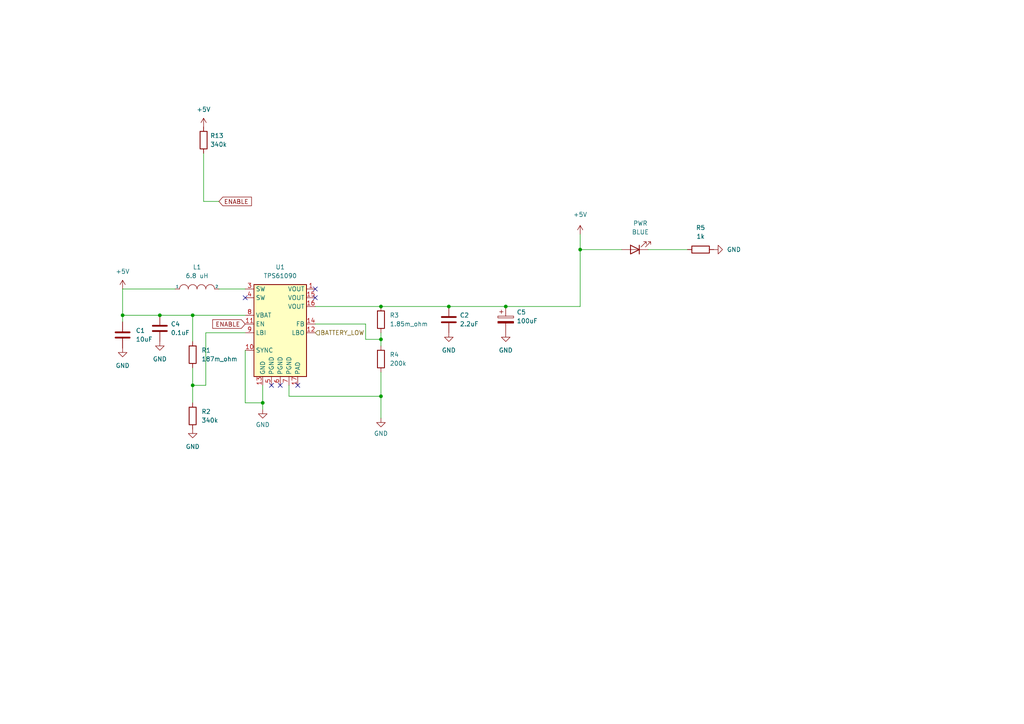
<source format=kicad_sch>
(kicad_sch (version 20211123) (generator eeschema)
  (paper "A4")
  (lib_symbols
    (symbol "Device:C" (pin_numbers hide) (pin_names (offset 0.254))
      (property "Reference" "C" (at 0.635 2.54 0))
      (property "Value" "C" (at 0.635 -2.54 0))
      (symbol "C_0_1"
        (polyline (pts (xy -2.032 -0.762) (xy 2.032 -0.762)) (stroke (width 0.508)))
        (polyline (pts (xy -2.032 0.762) (xy 2.032 0.762)) (stroke (width 0.508)))
      )
      (symbol "C_1_1"
        (pin passive line (at 0 3.81 270) (length 2.794) (name "~") (number "1"))
        (pin passive line (at 0 -3.81 90) (length 2.794) (name "~") (number "2"))
      )
    )
    (symbol "Device:C_Polarized" (pin_numbers hide) (pin_names (offset 0.254))
      (property "Reference" "C" (at 0.635 2.54 0))
      (property "Value" "C_Polarized" (at 0.635 -2.54 0))
      (symbol "C_Polarized_0_1"
        (rectangle (start -2.286 0.508) (end 2.286 1.016))
        (polyline (pts (xy -1.778 2.286) (xy -0.762 2.286)))
        (polyline (pts (xy -1.27 2.794) (xy -1.27 1.778)))
        (rectangle (start 2.286 -0.508) (end -2.286 -1.016) (fill (type outline)))
      )
      (symbol "C_Polarized_1_1"
        (pin passive line (at 0 3.81 270) (length 2.794) (name "~") (number "1"))
        (pin passive line (at 0 -3.81 90) (length 2.794) (name "~") (number "2"))
      )
    )
    (symbol "Device:LED" (pin_numbers hide) (pin_names (offset 1.016) hide)
      (property "Reference" "D" (at 0 2.54 0))
      (property "Value" "LED" (at 0 -2.54 0))
      (symbol "LED_0_1"
        (polyline (pts (xy -1.27 -1.27) (xy -1.27 1.27)) (stroke (width 0.254)))
        (polyline (pts (xy -1.27 0) (xy 1.27 0)))
        (polyline (pts (xy 1.27 -1.27) (xy 1.27 1.27) (xy -1.27 0) (xy 1.27 -1.27)) (stroke (width 0.254)))
        (polyline (pts (xy -3.048 -0.762) (xy -4.572 -2.286) (xy -3.81 -2.286) (xy -4.572 -2.286) (xy -4.572 -1.524)))
        (polyline (pts (xy -1.778 -0.762) (xy -3.302 -2.286) (xy -2.54 -2.286) (xy -3.302 -2.286) (xy -3.302 -1.524)))
      )
      (symbol "LED_1_1"
        (pin passive line (at -3.81 0 0) (length 2.54) (name "K") (number "1"))
        (pin passive line (at 3.81 0 180) (length 2.54) (name "A") (number "2"))
      )
    )
    (symbol "Device:R" (pin_numbers hide) (pin_names (offset 0))
      (property "Reference" "R" (at 2.032 0 90))
      (property "Value" "R" (at 0 0 90))
      (symbol "R_0_1"
        (rectangle (start -1.016 -2.54) (end 1.016 2.54) (stroke (width 0.254)))
      )
      (symbol "R_1_1"
        (pin passive line (at 0 3.81 270) (length 1.27) (name "~") (number "1"))
        (pin passive line (at 0 -3.81 90) (length 1.27) (name "~") (number "2"))
      )
    )
    (symbol "Regulator_Switching:TPS61090"
      (property "Reference" "U" (at -7.62 15.24 0))
      (property "Value" "TPS61090" (at 1.27 15.24 0))
      (symbol "TPS61090_0_0"
        (pin power_out line (at 10.16 12.7 180) (length 2.54) (name "VOUT") (number "1"))
        (pin input line (at -10.16 -5.08 0) (length 2.54) (name "SYNC") (number "10"))
        (pin input line (at -10.16 2.54 0) (length 2.54) (name "EN") (number "11"))
        (pin open_collector line (at 10.16 0 180) (length 2.54) (name "LBO") (number "12"))
        (pin power_in line (at -5.08 -15.24 90) (length 2.54) (name "GND") (number "13"))
        (pin input line (at 10.16 2.54 180) (length 2.54) (name "FB") (number "14"))
        (pin passive line (at 10.16 10.16 180) (length 2.54) (name "VOUT") (number "15"))
        (pin passive line (at 10.16 7.62 180) (length 2.54) (name "VOUT") (number "16"))
        (pin power_in line (at 5.08 -15.24 90) (length 2.54) (name "PAD") (number "17"))
        (pin no_connect line (at 10.16 -5.08 180) (length 2.54) hide (name "NC") (number "2"))
        (pin passive line (at -10.16 12.7 0) (length 2.54) (name "SW") (number "3"))
        (pin passive line (at -10.16 10.16 0) (length 2.54) (name "SW") (number "4"))
        (pin power_in line (at -2.54 -15.24 90) (length 2.54) (name "PGND") (number "5"))
        (pin power_in line (at 0 -15.24 90) (length 2.54) (name "PGND") (number "6"))
        (pin power_in line (at 2.54 -15.24 90) (length 2.54) (name "PGND") (number "7"))
        (pin power_in line (at -10.16 5.08 0) (length 2.54) (name "VBAT") (number "8"))
        (pin input line (at -10.16 0 0) (length 2.54) (name "LBI") (number "9"))
      )
      (symbol "TPS61090_0_1"
        (rectangle (start -7.62 13.97) (end 7.62 -12.7) (stroke (width 0.254)) (fill (type background)))
      )
    )
    (symbol "power:+5V" (power) (pin_names (offset 0))
      (property "Value" "+5V" (at 0 3.556 0))
      (symbol "+5V_0_1"
        (polyline (pts (xy -0.762 1.27) (xy 0 2.54)))
        (polyline (pts (xy 0 0) (xy 0 2.54)))
        (polyline (pts (xy 0 2.54) (xy 0.762 1.27)))
      )
      (symbol "+5V_1_1"
        (pin power_in line (at 0 0 90) (length 0) hide (name "+5V") (number "1"))
      )
    )
    (symbol "power:GND" (power) (pin_names (offset 0))
      (property "Value" "GND" (at 0 -3.81 0))
      (symbol "GND_0_1"
        (polyline (pts (xy 0 0) (xy 0 -1.27) (xy 1.27 -1.27) (xy 0 -2.54) (xy -1.27 -1.27) (xy 0 -1.27)))
      )
      (symbol "GND_1_1"
        (pin power_in line (at 0 0 270) (length 0) hide (name "GND") (number "1"))
      )
    )
    (symbol "pspice:INDUCTOR" (pin_numbers hide) (pin_names (offset 0))
      (property "Reference" "L" (at 0 2.54 0))
      (property "Value" "INDUCTOR" (at 0 -1.27 0))
      (symbol "INDUCTOR_0_1"
        (arc (start -2.54 0) (mid -3.81 1.27) (end -5.08 0))
        (arc (start 0 0) (mid -1.27 1.27) (end -2.54 0))
        (arc (start 2.54 0) (mid 1.27 1.27) (end 0 0))
        (arc (start 5.08 0) (mid 3.81 1.27) (end 2.54 0))
      )
      (symbol "INDUCTOR_1_1"
        (pin input line (at -6.35 0 0) (length 1.27) (name "1") (number "1"))
        (pin input line (at 6.35 0 180) (length 1.27) (name "2") (number "2"))
      )
    )
  )
  (junction (at 35.56 91.44))
  (junction (at 110.49 114.935))
  (junction (at 168.275 72.39))
  (junction (at 55.88 111.76))
  (junction (at 76.2 116.84))
  (junction (at 130.175 88.9))
  (junction (at 110.49 98.425))
  (junction (at 110.49 88.9))
  (junction (at 55.88 91.44))
  (junction (at 146.685 88.9))
  (junction (at 46.355 91.44))
  (no_connect (at 71.12 86.36))
  (no_connect (at 78.74 111.76))
  (no_connect (at 86.36 111.76))
  (no_connect (at 81.28 111.76))
  (no_connect (at 91.44 86.36))
  (no_connect (at 91.44 83.82))
  (wire (pts (xy 35.56 83.82) (xy 50.8 83.82)))
  (wire (pts (xy 110.49 96.52) (xy 110.49 98.425)))
  (wire (pts (xy 63.5 83.82) (xy 71.12 83.82)))
  (wire (pts (xy 46.355 91.44) (xy 55.88 91.44)))
  (wire (pts (xy 55.88 91.44) (xy 71.12 91.44)))
  (wire (pts (xy 83.82 114.935) (xy 110.49 114.935)))
  (wire (pts (xy 146.685 88.9) (xy 168.275 88.9)))
  (wire (pts (xy 110.49 114.935) (xy 110.49 121.285)))
  (wire (pts (xy 76.2 116.84) (xy 76.2 118.745)))
  (wire (pts (xy 55.88 106.68) (xy 55.88 111.76)))
  (wire (pts (xy 71.12 116.84) (xy 76.2 116.84)))
  (wire (pts (xy 187.96 72.39) (xy 199.39 72.39)))
  (wire (pts (xy 59.69 96.52) (xy 71.12 96.52)))
  (wire (pts (xy 35.56 91.44) (xy 35.56 83.82)))
  (wire (pts (xy 130.175 88.9) (xy 146.685 88.9)))
  (wire (pts (xy 71.12 101.6) (xy 71.12 116.84)))
  (wire (pts (xy 35.56 91.44) (xy 35.56 93.345)))
  (wire (pts (xy 110.49 88.9) (xy 130.175 88.9)))
  (wire (pts (xy 91.44 88.9) (xy 110.49 88.9)))
  (wire (pts (xy 168.275 72.39) (xy 180.34 72.39)))
  (wire (pts (xy 83.82 111.76) (xy 83.82 114.935)))
  (wire (pts (xy 55.88 111.76) (xy 55.88 116.84)))
  (wire (pts (xy 106.045 98.425) (xy 110.49 98.425)))
  (wire (pts (xy 59.69 96.52) (xy 59.69 111.76)))
  (wire (pts (xy 55.88 111.76) (xy 59.69 111.76)))
  (wire (pts (xy 59.055 44.45) (xy 59.055 58.42)))
  (wire (pts (xy 55.88 91.44) (xy 55.88 99.06)))
  (wire (pts (xy 168.275 67.945) (xy 168.275 72.39)))
  (wire (pts (xy 91.44 93.98) (xy 106.045 93.98)))
  (wire (pts (xy 106.045 93.98) (xy 106.045 98.425)))
  (wire (pts (xy 110.49 98.425) (xy 110.49 100.33)))
  (wire (pts (xy 168.275 72.39) (xy 168.275 88.9)))
  (wire (pts (xy 35.56 91.44) (xy 46.355 91.44)))
  (wire (pts (xy 63.5 58.42) (xy 59.055 58.42)))
  (wire (pts (xy 110.49 107.95) (xy 110.49 114.935)))
  (wire (pts (xy 76.2 111.76) (xy 76.2 116.84)))
  (global_label "ENABLE" (shape input) (at 71.12 93.98 180) (property "Intersheet References" "${INTERSHEET_REFS}" (effects hide)))
  (global_label "ENABLE" (shape input) (at 63.5 58.42 0) (property "Intersheet References" "${INTERSHEET_REFS}" (effects hide)))
  (hierarchical_label "BATTERY_LOW" (shape input) (at 91.44 96.52 0))
  (symbol (lib_id "power:+5V") (at 59.055 36.83 0) (unit 1)
    (property "Reference" "#PWR?" (effects hide))
    (property "Value" "+5V" (at 59.055 31.75 0))
  )
  (symbol (lib_id "Device:R") (at 55.88 120.65 0) (unit 1)
    (property "Reference" "R2" (at 58.42 119.3799 0) (effects (justify left)))
    (property "Value" "340k" (at 58.42 121.9199 0) (effects (justify left)))
    (property "Footprint" "Resistor_SMD:R_0805_2012Metric" (effects hide))
  )
  (symbol (lib_id "power:+5V") (at 168.275 67.945 0) (unit 1)
    (property "Reference" "#PWR?" (effects hide))
    (property "Value" "+5V" (at 168.275 62.23 0))
  )
  (symbol (lib_id "Device:R") (at 110.49 104.14 0) (unit 1)
    (property "Reference" "R4" (at 113.03 102.8699 0) (effects (justify left)))
    (property "Value" "200k" (at 113.03 105.4099 0) (effects (justify left)))
    (property "Footprint" "Resistor_SMD:R_0805_2012Metric" (effects hide))
  )
  (symbol (lib_id "Regulator_Switching:TPS61090") (at 81.28 96.52 0) (unit 1)
    (property "Reference" "U1" (at 81.28 77.47 0))
    (property "Value" "TPS61090" (at 81.28 80.01 0))
    (property "Footprint" "Package_DFN_QFN:Texas_S-PVQFN-N16_EP2.7x2.7mm_ThermalVias" (effects hide))
    (property "Datasheet" "http://www.ti.com/lit/ds/symlink/tps61090.pdf" (effects hide))
  )
  (symbol (lib_id "Device:R") (at 203.2 72.39 90) (unit 1)
    (property "Reference" "R5" (at 203.2 66.04 90))
    (property "Value" "1k" (at 203.2 68.58 90))
    (property "Footprint" "Resistor_SMD:R_0805_2012Metric" (effects hide))
  )
  (symbol (lib_id "power:GND") (at 76.2 118.745 0) (unit 1)
    (property "Reference" "#PWR?" (effects hide))
    (property "Value" "GND" (at 76.2 123.19 0))
  )
  (symbol (lib_id "Device:R") (at 59.055 40.64 0) (unit 1)
    (property "Reference" "R13" (at 60.96 39.3699 0) (effects (justify left)))
    (property "Value" "340k" (at 60.96 41.9099 0) (effects (justify left)))
    (property "Footprint" "Resistor_SMD:R_0805_2012Metric" (effects hide))
  )
  (symbol (lib_id "power:+5V") (at 35.56 83.82 0) (unit 1)
    (property "Reference" "#PWR?" (effects hide))
    (property "Value" "+5V" (at 35.56 78.74 0))
  )
  (symbol (lib_id "power:GND") (at 35.56 100.965 0) (unit 1)
    (property "Reference" "#PWR?" (effects hide))
    (property "Value" "GND" (at 35.56 106.045 0))
  )
  (symbol (lib_id "Device:R") (at 110.49 92.71 0) (unit 1)
    (property "Reference" "R3" (at 113.03 91.4399 0) (effects (justify left)))
    (property "Value" "1.85m_ohm" (at 113.03 93.9799 0) (effects (justify left)))
    (property "Footprint" "Resistor_SMD:R_0805_2012Metric" (effects hide))
  )
  (symbol (lib_id "Device:C") (at 35.56 97.155 0) (unit 1)
    (property "Reference" "C1" (at 39.37 95.8849 0) (effects (justify left)))
    (property "Value" "10uF" (at 39.37 98.4249 0) (effects (justify left)))
    (property "Footprint" "Capacitor_SMD:C_0805_2012Metric" (effects hide))
  )
  (symbol (lib_id "power:GND") (at 55.88 124.46 0) (unit 1)
    (property "Reference" "#PWR?" (effects hide))
    (property "Value" "GND" (at 55.88 129.54 0))
  )
  (symbol (lib_id "power:GND") (at 146.685 96.52 0) (unit 1)
    (property "Reference" "#PWR?" (effects hide))
    (property "Value" "GND" (at 146.685 101.6 0))
  )
  (symbol (lib_id "Device:C") (at 46.355 95.25 0) (unit 1)
    (property "Reference" "C4" (at 49.53 93.9799 0) (effects (justify left)))
    (property "Value" "0.1uF" (at 49.53 96.5199 0) (effects (justify left)))
    (property "Footprint" "Capacitor_SMD:C_0805_2012Metric" (effects hide))
  )
  (symbol (lib_id "power:GND") (at 207.01 72.39 90) (unit 1)
    (property "Reference" "#PWR?" (effects hide))
    (property "Value" "GND" (at 210.82 72.3899 90) (effects (justify right)))
  )
  (symbol (lib_id "Device:C_Polarized") (at 146.685 92.71 0) (unit 1)
    (property "Reference" "C5" (at 149.86 90.5509 0) (effects (justify left)))
    (property "Value" "100uF" (at 149.86 93.0909 0) (effects (justify left)))
  )
  (symbol (lib_id "power:GND") (at 130.175 96.52 0) (unit 1)
    (property "Reference" "#PWR?" (effects hide))
    (property "Value" "GND" (at 130.175 101.6 0))
  )
  (symbol (lib_id "Device:C") (at 130.175 92.71 0) (unit 1)
    (property "Reference" "C2" (at 133.35 91.4399 0) (effects (justify left)))
    (property "Value" "2.2uF" (at 133.35 93.9799 0) (effects (justify left)))
    (property "Footprint" "Capacitor_SMD:C_0805_2012Metric" (effects hide))
  )
  (symbol (lib_id "power:GND") (at 110.49 121.285 0) (unit 1)
    (property "Reference" "#PWR?" (effects hide))
    (property "Value" "GND" (at 110.49 125.73 0))
  )
  (symbol (lib_id "pspice:INDUCTOR") (at 57.15 83.82 0) (unit 1)
    (property "Reference" "L1" (at 57.15 77.47 0))
    (property "Value" "6.8 uH" (at 57.15 80.01 0))
  )
  (symbol (lib_id "power:GND") (at 46.355 99.06 0) (unit 1)
    (property "Reference" "#PWR?" (effects hide))
    (property "Value" "GND" (at 46.355 104.14 0))
  )
  (symbol (lib_id "Device:LED") (at 184.15 72.39 180) (unit 1)
    (property "Reference" "PWR" (at 185.7375 64.77 0))
    (property "Value" "BLUE" (at 185.7375 67.31 0))
    (property "Footprint" "LED_SMD:LED_0805_2012Metric" (effects hide))
  )
  (symbol (lib_id "Device:R") (at 55.88 102.87 0) (unit 1)
    (property "Reference" "R1" (at 58.42 101.5999 0) (effects (justify left)))
    (property "Value" "187m_ohm" (at 58.42 104.1399 0) (effects (justify left)))
    (property "Footprint" "Resistor_SMD:R_0805_2012Metric" (effects hide))
  )
)
</source>
